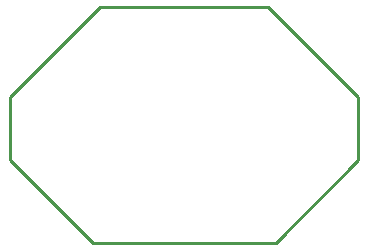
<source format=gko>
%FSAX24Y24*%
%MOIN*%
G70*
G01*
G75*
G04 Layer_Color=16711935*
%ADD10R,0.0500X0.0600*%
G04:AMPARAMS|DCode=11|XSize=39.4mil|YSize=43.3mil|CornerRadius=0mil|HoleSize=0mil|Usage=FLASHONLY|Rotation=225.000|XOffset=0mil|YOffset=0mil|HoleType=Round|Shape=Rectangle|*
%AMROTATEDRECTD11*
4,1,4,-0.0014,0.0292,0.0292,-0.0014,0.0014,-0.0292,-0.0292,0.0014,-0.0014,0.0292,0.0*
%
%ADD11ROTATEDRECTD11*%

%ADD12R,0.0394X0.0433*%
%ADD13R,0.0433X0.0394*%
%ADD14R,0.0310X0.0370*%
%ADD15R,0.0571X0.0177*%
%ADD16C,0.0197*%
%ADD17C,0.0118*%
%ADD18C,0.0900*%
%ADD19C,0.0591*%
%ADD20R,0.0591X0.0591*%
%ADD21C,0.0394*%
%ADD22C,0.7000*%
%ADD23C,0.0394*%
%ADD24C,0.0059*%
%ADD25C,0.0050*%
%ADD26C,0.0079*%
%ADD27C,0.0100*%
%ADD28R,0.0550X0.0650*%
%ADD29R,0.1050X0.0700*%
%ADD30R,0.2700X0.1700*%
%ADD31R,0.0580X0.0680*%
G04:AMPARAMS|DCode=32|XSize=47.4mil|YSize=51.3mil|CornerRadius=0mil|HoleSize=0mil|Usage=FLASHONLY|Rotation=225.000|XOffset=0mil|YOffset=0mil|HoleType=Round|Shape=Rectangle|*
%AMROTATEDRECTD32*
4,1,4,-0.0014,0.0349,0.0349,-0.0014,0.0014,-0.0349,-0.0349,0.0014,-0.0014,0.0349,0.0*
%
%ADD32ROTATEDRECTD32*%

%ADD33R,0.0474X0.0513*%
%ADD34R,0.0513X0.0474*%
%ADD35R,0.0390X0.0450*%
%ADD36R,0.0651X0.0257*%
%ADD37C,0.0980*%
%ADD38C,0.0671*%
%ADD39R,0.0671X0.0671*%
%ADD40C,0.0474*%
%ADD41C,0.7080*%
D27*
X002750Y000000D02*
X008850D01*
X000000Y002750D02*
X002750Y000000D01*
X000000Y002750D02*
Y004850D01*
X003000Y007850D01*
X008600D01*
X011600Y004850D01*
Y002750D02*
Y004850D01*
X008850Y000000D02*
X011600Y002750D01*
M02*

</source>
